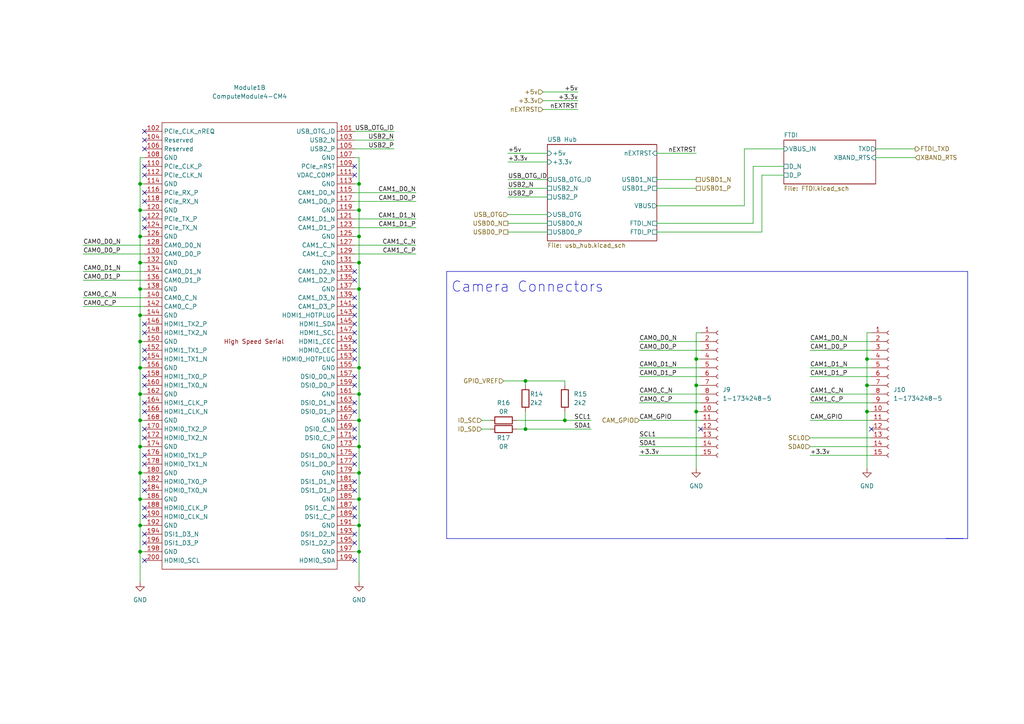
<source format=kicad_sch>
(kicad_sch (version 20230121) (generator eeschema)
  (paper "A4")
  (title_block (title "VERTECS CCB - CM4 Highspeed Section") (date "2024-09-11") (rev "1.4") (company "Kyushu Institute of Technology") (comment 1 "See CM4 IO board datasheet for reference") (comment 2 "https://www.arducam.com/raspberry-pi-camera/connector-type-pinout/") (comment 3 "CSI Connector Reference:"))
  (lib_symbols
    (symbol "Connector:Conn_01x15_Socket" (pin_names (offset 1.016) hide)
      (property "Reference" "J" (at 0 20.32 0))
      (property "Value" "Conn_01x15_Socket" (at 0 -20.32 0))
      (symbol "Conn_01x15_Socket_1_1"
        (arc (start 0 -17.272) (mid -0.5058 -17.78) (end 0 -18.288) (stroke (width 0.1524)))
        (arc (start 0 -14.732) (mid -0.5058 -15.24) (end 0 -15.748) (stroke (width 0.1524)))
        (arc (start 0 -12.192) (mid -0.5058 -12.7) (end 0 -13.208) (stroke (width 0.1524)))
        (arc (start 0 -9.652) (mid -0.5058 -10.16) (end 0 -10.668) (stroke (width 0.1524)))
        (arc (start 0 -7.112) (mid -0.5058 -7.62) (end 0 -8.128) (stroke (width 0.1524)))
        (arc (start 0 -4.572) (mid -0.5058 -5.08) (end 0 -5.588) (stroke (width 0.1524)))
        (arc (start 0 -2.032) (mid -0.5058 -2.54) (end 0 -3.048) (stroke (width 0.1524)))
        (polyline (pts (xy -1.27 -17.78) (xy -0.508 -17.78)) (stroke (width 0.1524)))
        (polyline (pts (xy -1.27 -15.24) (xy -0.508 -15.24)) (stroke (width 0.1524)))
        (polyline (pts (xy -1.27 -12.7) (xy -0.508 -12.7)) (stroke (width 0.1524)))
        (polyline (pts (xy -1.27 -10.16) (xy -0.508 -10.16)) (stroke (width 0.1524)))
        (polyline (pts (xy -1.27 -7.62) (xy -0.508 -7.62)) (stroke (width 0.1524)))
        (polyline (pts (xy -1.27 -5.08) (xy -0.508 -5.08)) (stroke (width 0.1524)))
        (polyline (pts (xy -1.27 -2.54) (xy -0.508 -2.54)) (stroke (width 0.1524)))
        (polyline (pts (xy -1.27 0) (xy -0.508 0)) (stroke (width 0.1524)))
        (polyline (pts (xy -1.27 2.54) (xy -0.508 2.54)) (stroke (width 0.1524)))
        (polyline (pts (xy -1.27 5.08) (xy -0.508 5.08)) (stroke (width 0.1524)))
        (polyline (pts (xy -1.27 7.62) (xy -0.508 7.62)) (stroke (width 0.1524)))
        (polyline (pts (xy -1.27 10.16) (xy -0.508 10.16)) (stroke (width 0.1524)))
        (polyline (pts (xy -1.27 12.7) (xy -0.508 12.7)) (stroke (width 0.1524)))
        (polyline (pts (xy -1.27 15.24) (xy -0.508 15.24)) (stroke (width 0.1524)))
        (polyline (pts (xy -1.27 17.78) (xy -0.508 17.78)) (stroke (width 0.1524)))
        (arc (start 0 0.508) (mid -0.5058 0) (end 0 -0.508) (stroke (width 0.1524)))
        (arc (start 0 3.048) (mid -0.5058 2.54) (end 0 2.032) (stroke (width 0.1524)))
        (arc (start 0 5.588) (mid -0.5058 5.08) (end 0 4.572) (stroke (width 0.1524)))
        (arc (start 0 8.128) (mid -0.5058 7.62) (end 0 7.112) (stroke (width 0.1524)))
        (arc (start 0 10.668) (mid -0.5058 10.16) (end 0 9.652) (stroke (width 0.1524)))
        (arc (start 0 13.208) (mid -0.5058 12.7) (end 0 12.192) (stroke (width 0.1524)))
        (arc (start 0 15.748) (mid -0.5058 15.24) (end 0 14.732) (stroke (width 0.1524)))
        (arc (start 0 18.288) (mid -0.5058 17.78) (end 0 17.272) (stroke (width 0.1524)))
        (pin passive line (at -5.08 17.78 0) (length 3.81) (name "Pin_1") (number "1"))
        (pin passive line (at -5.08 -5.08 0) (length 3.81) (name "Pin_10") (number "10"))
        (pin passive line (at -5.08 -7.62 0) (length 3.81) (name "Pin_11") (number "11"))
        (pin passive line (at -5.08 -10.16 0) (length 3.81) (name "Pin_12") (number "12"))
        (pin passive line (at -5.08 -12.7 0) (length 3.81) (name "Pin_13") (number "13"))
        (pin passive line (at -5.08 -15.24 0) (length 3.81) (name "Pin_14") (number "14"))
        (pin passive line (at -5.08 -17.78 0) (length 3.81) (name "Pin_15") (number "15"))
        (pin passive line (at -5.08 15.24 0) (length 3.81) (name "Pin_2") (number "2"))
        (pin passive line (at -5.08 12.7 0) (length 3.81) (name "Pin_3") (number "3"))
        (pin passive line (at -5.08 10.16 0) (length 3.81) (name "Pin_4") (number "4"))
        (pin passive line (at -5.08 7.62 0) (length 3.81) (name "Pin_5") (number "5"))
        (pin passive line (at -5.08 5.08 0) (length 3.81) (name "Pin_6") (number "6"))
        (pin passive line (at -5.08 2.54 0) (length 3.81) (name "Pin_7") (number "7"))
        (pin passive line (at -5.08 0 0) (length 3.81) (name "Pin_8") (number "8"))
        (pin passive line (at -5.08 -2.54 0) (length 3.81) (name "Pin_9") (number "9"))
      )
    )
    (symbol "Device:R" (pin_numbers hide) (pin_names (offset 0))
      (property "Reference" "R" (at 2.032 0 90))
      (property "Value" "R" (at 0 0 90))
      (symbol "R_0_1"
        (rectangle (start -1.016 -2.54) (end 1.016 2.54) (stroke (width 0.254)))
      )
      (symbol "R_1_1"
        (pin passive line (at 0 3.81 270) (length 1.27) (name "~") (number "1"))
        (pin passive line (at 0 -3.81 90) (length 1.27) (name "~") (number "2"))
      )
    )
    (symbol "VERTECS_CCB_Library:ComputeModule4-CM4"
      (property "Reference" "Module" (at 113.03 -68.58 0))
      (property "Value" "ComputeModule4-CM4" (at 140.97 2.54 0))
      (property "Field4" "Hirose" (at 0 0 0))
      (property "Field5" "2x DF40C-100DS-0.4V" (at 0 -2.54 0))
      (symbol "ComputeModule4-CM4_1_0"
        (text "GPIO" (at 0 6.35 0) (effects (font (size 1.27 1.27))))
      )
      (symbol "ComputeModule4-CM4_1_1"
        (rectangle (start -30.48 -71.12) (end 25.4 58.42))
        (text "600mA Max" (at -8.89 -53.34 0) (effects (font (size 1.27 1.27))))
        (text "600mA Max" (at -8.89 -48.26 0) (effects (font (size 1.27 1.27))))
        (text "NB SD signals are only available" (at -1.27 -27.94 0) (effects (font (size 1.27 1.27))))
        (text "on modules without eMMC" (at -1.27 -30.48 0) (effects (font (size 1.27 1.27))))
        (pin power_in line (at 27.94 55.88 180) (length 2.54) (name "GND") (number "1"))
        (pin passive line (at -33.02 45.72 0) (length 2.54) (name "Ethernet_Pair0_N") (number "10"))
        (pin output line (at -33.02 -68.58 0) (length 2.54) (name "nEXTRST") (number "100"))
        (pin passive line (at 27.94 43.18 180) (length 2.54) (name "Ethernet_Pair2_P") (number "11"))
        (pin passive line (at -33.02 43.18 0) (length 2.54) (name "Ethernet_Pair0_P") (number "12"))
        (pin power_in line (at 27.94 40.64 180) (length 2.54) (name "GND") (number "13"))
        (pin power_in line (at -33.02 40.64 0) (length 2.54) (name "GND") (number "14"))
        (pin output line (at 27.94 38.1 180) (length 2.54) (name "Ethernet_nLED3(3.3v)") (number "15"))
        (pin input line (at -33.02 38.1 0) (length 2.54) (name "Ethernet_SYNC_IN(1.8v)") (number "16"))
        (pin output line (at 27.94 35.56 180) (length 2.54) (name "Ethernet_nLED2(3.3v)") (number "17"))
        (pin input line (at -33.02 35.56 0) (length 2.54) (name "Ethernet_SYNC_OUT(1.8v)") (number "18"))
        (pin output line (at 27.94 33.02 180) (length 2.54) (name "Ethernet_nLED1(3.3v)") (number "19"))
        (pin power_in line (at -33.02 55.88 0) (length 2.54) (name "GND") (number "2"))
        (pin passive line (at -33.02 33.02 0) (length 2.54) (name "EEPROM_nWP") (number "20"))
        (pin open_collector line (at 27.94 30.48 180) (length 2.54) (name "PI_nLED_Activity") (number "21"))
        (pin power_in line (at -33.02 30.48 0) (length 2.54) (name "GND") (number "22"))
        (pin power_in line (at 27.94 27.94 180) (length 2.54) (name "GND") (number "23"))
        (pin passive line (at -33.02 27.94 0) (length 2.54) (name "GPIO26") (number "24"))
        (pin passive line (at 27.94 25.4 180) (length 2.54) (name "GPIO21") (number "25"))
        (pin passive line (at -33.02 25.4 0) (length 2.54) (name "GPIO19") (number "26"))
        (pin passive line (at 27.94 22.86 180) (length 2.54) (name "GPIO20") (number "27"))
        (pin passive line (at -33.02 22.86 0) (length 2.54) (name "GPIO13") (number "28"))
        (pin passive line (at 27.94 20.32 180) (length 2.54) (name "GPIO16") (number "29"))
        (pin passive line (at 27.94 53.34 180) (length 2.54) (name "Ethernet_Pair3_P") (number "3"))
        (pin passive line (at -33.02 20.32 0) (length 2.54) (name "GPIO6") (number "30"))
        (pin passive line (at 27.94 17.78 180) (length 2.54) (name "GPIO12") (number "31"))
        (pin power_in line (at -33.02 17.78 0) (length 2.54) (name "GND") (number "32"))
        (pin power_in line (at 27.94 15.24 180) (length 2.54) (name "GND") (number "33"))
        (pin passive line (at -33.02 15.24 0) (length 2.54) (name "GPIO5") (number "34"))
        (pin passive line (at 27.94 12.7 180) (length 2.54) (name "ID_SC") (number "35"))
        (pin passive line (at -33.02 12.7 0) (length 2.54) (name "ID_SD") (number "36"))
        (pin passive line (at 27.94 10.16 180) (length 2.54) (name "GPIO7") (number "37"))
        (pin passive line (at -33.02 10.16 0) (length 2.54) (name "GPIO11") (number "38"))
        (pin passive line (at 27.94 7.62 180) (length 2.54) (name "GPIO8") (number "39"))
        (pin passive line (at -33.02 53.34 0) (length 2.54) (name "Ethernet_Pair1_P") (number "4"))
        (pin passive line (at -33.02 7.62 0) (length 2.54) (name "GPIO9") (number "40"))
        (pin passive line (at 27.94 5.08 180) (length 2.54) (name "GPIO25") (number "41"))
        (pin power_in line (at -33.02 5.08 0) (length 2.54) (name "GND") (number "42"))
        (pin power_in line (at 27.94 2.54 180) (length 2.54) (name "GND") (number "43"))
        (pin passive line (at -33.02 2.54 0) (length 2.54) (name "GPIO10") (number "44"))
        (pin passive line (at 27.94 0 180) (length 2.54) (name "GPIO24") (number "45"))
        (pin passive line (at -33.02 0 0) (length 2.54) (name "GPIO22") (number "46"))
        (pin passive line (at 27.94 -2.54 180) (length 2.54) (name "GPIO23") (number "47"))
        (pin passive line (at -33.02 -2.54 0) (length 2.54) (name "GPIO27") (number "48"))
        (pin passive line (at 27.94 -5.08 180) (length 2.54) (name "GPIO18") (number "49"))
        (pin passive line (at 27.94 50.8 180) (length 2.54) (name "Ethernet_Pair3_N") (number "5"))
        (pin passive line (at -33.02 -5.08 0) (length 2.54) (name "GPIO17") (number "50"))
        (pin passive line (at 27.94 -7.62 180) (length 2.54) (name "GPIO15") (number "51"))
        (pin power_in line (at -33.02 -7.62 0) (length 2.54) (name "GND") (number "52"))
        (pin power_in line (at 27.94 -10.16 180) (length 2.54) (name "GND") (number "53"))
        (pin passive line (at -33.02 -10.16 0) (length 2.54) (name "GPIO4") (number "54"))
        (pin passive line (at 27.94 -12.7 180) (length 2.54) (name "GPIO14") (number "55"))
        (pin passive line (at -33.02 -12.7 0) (length 2.54) (name "GPIO3") (number "56"))
        (pin passive line (at 27.94 -15.24 180) (length 2.54) (name "SD_CLK") (number "57"))
        (pin passive line (at -33.02 -15.24 0) (length 2.54) (name "GPIO2") (number "58"))
        (pin power_in line (at 27.94 -17.78 180) (length 2.54) (name "GND") (number "59"))
        (pin passive line (at -33.02 50.8 0) (length 2.54) (name "Ethernet_Pair1_N") (number "6"))
        (pin power_in line (at -33.02 -17.78 0) (length 2.54) (name "GND") (number "60"))
        (pin passive line (at 27.94 -20.32 180) (length 2.54) (name "SD_DAT3") (number "61"))
        (pin passive line (at -33.02 -20.32 0) (length 2.54) (name "SD_CMD") (number "62"))
        (pin passive line (at 27.94 -22.86 180) (length 2.54) (name "SD_DAT0") (number "63"))
        (pin passive line (at -33.02 -22.86 0) (length 2.54) (name "SD_DAT5") (number "64"))
        (pin power_in line (at 27.94 -25.4 180) (length 2.54) (name "GND") (number "65"))
        (pin power_in line (at -33.02 -25.4 0) (length 2.54) (name "GND") (number "66"))
        (pin passive line (at 27.94 -27.94 180) (length 2.54) (name "SD_DAT1") (number "67"))
        (pin passive line (at -33.02 -27.94 0) (length 2.54) (name "SD_DAT4") (number "68"))
        (pin passive line (at 27.94 -30.48 180) (length 2.54) (name "SD_DAT2") (number "69"))
        (pin power_in line (at 27.94 48.26 180) (length 2.54) (name "GND") (number "7"))
        (pin passive line (at -33.02 -30.48 0) (length 2.54) (name "SD_DAT7") (number "70"))
        (pin power_in line (at 27.94 -33.02 180) (length 2.54) (name "GND") (number "71"))
        (pin passive line (at -33.02 -33.02 0) (length 2.54) (name "SD_DAT6") (number "72"))
        (pin input line (at 27.94 -35.56 180) (length 2.54) (name "SD_VDD_Override") (number "73"))
        (pin power_in line (at -33.02 -35.56 0) (length 2.54) (name "GND") (number "74"))
        (pin output line (at 27.94 -38.1 180) (length 2.54) (name "SD_PWR_ON") (number "75"))
        (pin passive line (at -33.02 -38.1 0) (length 2.54) (name "Reserved") (number "76"))
        (pin power_in line (at 27.94 -40.64 180) (length 2.54) (name "+5v_(Input)") (number "77"))
        (pin power_in line (at -33.02 -40.64 0) (length 2.54) (name "GPIO_VREF(1.8v/3.3v_Input)") (number "78"))
        (pin power_in line (at 27.94 -43.18 180) (length 2.54) (name "+5v_(Input)") (number "79"))
        (pin power_in line (at -33.02 48.26 0) (length 2.54) (name "GND") (number "8"))
        (pin passive line (at -33.02 -43.18 0) (length 2.54) (name "SCL0") (number "80"))
        (pin power_in line (at 27.94 -45.72 180) (length 2.54) (name "+5v_(Input)") (number "81"))
        (pin passive line (at -33.02 -45.72 0) (length 2.54) (name "SDA0") (number "82"))
        (pin power_in line (at 27.94 -48.26 180) (length 2.54) (name "+5v_(Input)") (number "83"))
        (pin power_out line (at -33.02 -48.26 0) (length 2.54) (name "+3.3v_(Output)") (number "84"))
        (pin power_in line (at 27.94 -50.8 180) (length 2.54) (name "+5v_(Input)") (number "85"))
        (pin power_out line (at -33.02 -50.8 0) (length 2.54) (name "+3.3v_(Output)") (number "86"))
        (pin power_in line (at 27.94 -53.34 180) (length 2.54) (name "+5v_(Input)") (number "87"))
        (pin power_out line (at -33.02 -53.34 0) (length 2.54) (name "+1.8v_(Output)") (number "88"))
        (pin power_in line (at 27.94 -55.88 180) (length 2.54) (name "WiFi_nDisable") (number "89"))
        (pin passive line (at 27.94 45.72 180) (length 2.54) (name "Ethernet_Pair2_N") (number "9"))
        (pin power_out line (at -33.02 -55.88 0) (length 2.54) (name "+1.8v_(Output)") (number "90"))
        (pin power_in line (at 27.94 -58.42 180) (length 2.54) (name "BT_nDisable") (number "91"))
        (pin passive line (at -33.02 -58.42 0) (length 2.54) (name "RUN_PG") (number "92"))
        (pin input line (at 27.94 -60.96 180) (length 2.54) (name "nRPIBOOT") (number "93"))
        (pin passive line (at -33.02 -60.96 0) (length 2.54) (name "AnalogIP1") (number "94"))
        (pin output line (at 27.94 -63.5 180) (length 2.54) (name "nPI_LED_PWR") (number "95"))
        (pin passive line (at -33.02 -63.5 0) (length 2.54) (name "AnalogIP0") (number "96"))
        (pin passive line (at 27.94 -66.04 180) (length 2.54) (name "Camera_GPIO") (number "97"))
        (pin power_in line (at -33.02 -66.04 0) (length 2.54) (name "GND") (number "98"))
        (pin input line (at 27.94 -68.58 180) (length 2.54) (name "Global_EN") (number "99"))
      )
      (symbol "ComputeModule4-CM4_2_1"
        (rectangle (start 114.3 -66.04) (end 165.1 63.5))
        (text "High Speed Serial" (at 140.97 0 0) (effects (font (size 1.27 1.27))))
        (pin input line (at 170.18 60.96 180) (length 5.08) (name "USB_OTG_ID") (number "101"))
        (pin input line (at 109.22 60.96 0) (length 5.08) (name "PCIe_CLK_nREQ") (number "102"))
        (pin passive line (at 170.18 58.42 180) (length 5.08) (name "USB2_N") (number "103"))
        (pin passive line (at 109.22 58.42 0) (length 5.08) (name "Reserved") (number "104"))
        (pin passive line (at 170.18 55.88 180) (length 5.08) (name "USB2_P") (number "105"))
        (pin passive line (at 109.22 55.88 0) (length 5.08) (name "Reserved") (number "106"))
        (pin power_in line (at 170.18 53.34 180) (length 5.08) (name "GND") (number "107"))
        (pin power_in line (at 109.22 53.34 0) (length 5.08) (name "GND") (number "108"))
        (pin bidirectional line (at 170.18 50.8 180) (length 5.08) (name "PCIe_nRST") (number "109"))
        (pin output line (at 109.22 50.8 0) (length 5.08) (name "PCIe_CLK_P") (number "110"))
        (pin passive line (at 170.18 48.26 180) (length 5.08) (name "VDAC_COMP") (number "111"))
        (pin output line (at 109.22 48.26 0) (length 5.08) (name "PCIe_CLK_N") (number "112"))
        (pin power_in line (at 170.18 45.72 180) (length 5.08) (name "GND") (number "113"))
        (pin power_in line (at 109.22 45.72 0) (length 5.08) (name "GND") (number "114"))
        (pin input line (at 170.18 43.18 180) (length 5.08) (name "CAM1_D0_N") (number "115"))
        (pin input line (at 109.22 43.18 0) (length 5.08) (name "PCIe_RX_P") (number "116"))
        (pin input line (at 170.18 40.64 180) (length 5.08) (name "CAM1_D0_P") (number "117"))
        (pin input line (at 109.22 40.64 0) (length 5.08) (name "PCIe_RX_N") (number "118"))
        (pin power_in line (at 170.18 38.1 180) (length 5.08) (name "GND") (number "119"))
        (pin power_in line (at 109.22 38.1 0) (length 5.08) (name "GND") (number "120"))
        (pin input line (at 170.18 35.56 180) (length 5.08) (name "CAM1_D1_N") (number "121"))
        (pin output line (at 109.22 35.56 0) (length 5.08) (name "PCIe_TX_P") (number "122"))
        (pin input line (at 170.18 33.02 180) (length 5.08) (name "CAM1_D1_P") (number "123"))
        (pin output line (at 109.22 33.02 0) (length 5.08) (name "PCIe_TX_N") (number "124"))
        (pin power_in line (at 170.18 30.48 180) (length 5.08) (name "GND") (number "125"))
        (pin power_in line (at 109.22 30.48 0) (length 5.08) (name "GND") (number "126"))
        (pin input line (at 170.18 27.94 180) (length 5.08) (name "CAM1_C_N") (number "127"))
        (pin input line (at 109.22 27.94 0) (length 5.08) (name "CAM0_D0_N") (number "128"))
        (pin input line (at 170.18 25.4 180) (length 5.08) (name "CAM1_C_P") (number "129"))
        (pin input line (at 109.22 25.4 0) (length 5.08) (name "CAM0_D0_P") (number "130"))
        (pin power_in line (at 170.18 22.86 180) (length 5.08) (name "GND") (number "131"))
        (pin power_in line (at 109.22 22.86 0) (length 5.08) (name "GND") (number "132"))
        (pin input line (at 170.18 20.32 180) (length 5.08) (name "CAM1_D2_N") (number "133"))
        (pin input line (at 109.22 20.32 0) (length 5.08) (name "CAM0_D1_N") (number "134"))
        (pin input line (at 170.18 17.78 180) (length 5.08) (name "CAM1_D2_P") (number "135"))
        (pin input line (at 109.22 17.78 0) (length 5.08) (name "CAM0_D1_P") (number "136"))
        (pin power_in line (at 170.18 15.24 180) (length 5.08) (name "GND") (number "137"))
        (pin power_in line (at 109.22 15.24 0) (length 5.08) (name "GND") (number "138"))
        (pin input line (at 170.18 12.7 180) (length 5.08) (name "CAM1_D3_N") (number "139"))
        (pin input line (at 109.22 12.7 0) (length 5.08) (name "CAM0_C_N") (number "140"))
        (pin input line (at 170.18 10.16 180) (length 5.08) (name "CAM1_D3_P") (number "141"))
        (pin input line (at 109.22 10.16 0) (length 5.08) (name "CAM0_C_P") (number "142"))
        (pin input line (at 170.18 7.62 180) (length 5.08) (name "HDMI1_HOTPLUG") (number "143"))
        (pin power_in line (at 109.22 7.62 0) (length 5.08) (name "GND") (number "144"))
        (pin bidirectional line (at 170.18 5.08 180) (length 5.08) (name "HDMI1_SDA") (number "145"))
        (pin output line (at 109.22 5.08 0) (length 5.08) (name "HDMI1_TX2_P") (number "146"))
        (pin open_collector line (at 170.18 2.54 180) (length 5.08) (name "HDMI1_SCL") (number "147"))
        (pin output line (at 109.22 2.54 0) (length 5.08) (name "HDMI1_TX2_N") (number "148"))
        (pin open_collector line (at 170.18 0 180) (length 5.08) (name "HDMI1_CEC") (number "149"))
        (pin power_in line (at 109.22 0 0) (length 5.08) (name "GND") (number "150"))
        (pin open_collector line (at 170.18 -2.54 180) (length 5.08) (name "HDMI0_CEC") (number "151"))
        (pin output line (at 109.22 -2.54 0) (length 5.08) (name "HDMI1_TX1_P") (number "152"))
        (pin input line (at 170.18 -5.08 180) (length 5.08) (name "HDMI0_HOTPLUG") (number "153"))
        (pin output line (at 109.22 -5.08 0) (length 5.08) (name "HDMI1_TX1_N") (number "154"))
        (pin power_in line (at 170.18 -7.62 180) (length 5.08) (name "GND") (number "155"))
        (pin power_in line (at 109.22 -7.62 0) (length 5.08) (name "GND") (number "156"))
        (pin output line (at 170.18 -10.16 180) (length 5.08) (name "DSI0_D0_N") (number "157"))
        (pin output line (at 109.22 -10.16 0) (length 5.08) (name "HDMI1_TX0_P") (number "158"))
        (pin output line (at 170.18 -12.7 180) (length 5.08) (name "DSI0_D0_P") (number "159"))
        (pin output line (at 109.22 -12.7 0) (length 5.08) (name "HDMI1_TX0_N") (number "160"))
        (pin power_in line (at 170.18 -15.24 180) (length 5.08) (name "GND") (number "161"))
        (pin power_in line (at 109.22 -15.24 0) (length 5.08) (name "GND") (number "162"))
        (pin output line (at 170.18 -17.78 180) (length 5.08) (name "DSI0_D1_N") (number "163"))
        (pin output line (at 109.22 -17.78 0) (length 5.08) (name "HDMI1_CLK_P") (number "164"))
        (pin output line (at 170.18 -20.32 180) (length 5.08) (name "DSI0_D1_P") (number "165"))
        (pin output line (at 109.22 -20.32 0) (length 5.08) (name "HDMI1_CLK_N") (number "166"))
        (pin power_in line (at 170.18 -22.86 180) (length 5.08) (name "GND") (number "167"))
        (pin power_in line (at 109.22 -22.86 0) (length 5.08) (name "GND") (number "168"))
        (pin output line (at 170.18 -25.4 180) (length 5.08) (name "DSI0_C_N") (number "169"))
        (pin output line (at 109.22 -25.4 0) (length 5.08) (name "HDMI0_TX2_P") (number "170"))
        (pin output line (at 170.18 -27.94 180) (length 5.08) (name "DSI0_C_P") (number "171"))
        (pin output line (at 109.22 -27.94 0) (length 5.08) (name "HDMI0_TX2_N") (number "172"))
        (pin power_in line (at 170.18 -30.48 180) (length 5.08) (name "GND") (number "173"))
        (pin power_in line (at 109.22 -30.48 0) (length 5.08) (name "GND") (number "174"))
        (pin output line (at 170.18 -33.02 180) (length 5.08) (name "DSI1_D0_N") (number "175"))
        (pin output line (at 109.22 -33.02 0) (length 5.08) (name "HDMI0_TX1_P") (number "176"))
        (pin output line (at 170.18 -35.56 180) (length 5.08) (name "DSI1_D0_P") (number "177"))
        (pin output line (at 109.22 -35.56 0) (length 5.08) (name "HDMI0_TX1_N") (number "178"))
        (pin power_in line (at 170.18 -38.1 180) (length 5.08) (name "GND") (number "179"))
        (pin power_in line (at 109.22 -38.1 0) (length 5.08) (name "GND") (number "180"))
        (pin output line (at 170.18 -40.64 180) (length 5.08) (name "DSI1_D1_N") (number "181"))
        (pin output line (at 109.22 -40.64 0) (length 5.08) (name "HDMI0_TX0_P") (number "182"))
        (pin output line (at 170.18 -43.18 180) (length 5.08) (name "DSI1_D1_P") (number "183"))
        (pin output line (at 109.22 -43.18 0) (length 5.08) (name "HDMI0_TX0_N") (number "184"))
        (pin power_in line (at 170.18 -45.72 180) (length 5.08) (name "GND") (number "185"))
        (pin power_in line (at 109.22 -45.72 0) (length 5.08) (name "GND") (number "186"))
        (pin output line (at 170.18 -48.26 180) (length 5.08) (name "DSI1_C_N") (number "187"))
        (pin output line (at 109.22 -48.26 0) (length 5.08) (name "HDMI0_CLK_P") (number "188"))
        (pin output line (at 170.18 -50.8 180) (length 5.08) (name "DSI1_C_P") (number "189"))
        (pin output line (at 109.22 -50.8 0) (length 5.08) (name "HDMI0_CLK_N") (number "190"))
        (pin power_in line (at 170.18 -53.34 180) (length 5.08) (name "GND") (number "191"))
        (pin power_in line (at 109.22 -53.34 0) (length 5.08) (name "GND") (number "192"))
        (pin output line (at 170.18 -55.88 180) (length 5.08) (name "DSI1_D2_N") (number "193"))
        (pin output line (at 109.22 -55.88 0) (length 5.08) (name "DSI1_D3_N") (number "194"))
        (pin output line (at 170.18 -58.42 180) (length 5.08) (name "DSI1_D2_P") (number "195"))
        (pin output line (at 109.22 -58.42 0) (length 5.08) (name "DSI1_D3_P") (number "196"))
        (pin power_in line (at 170.18 -60.96 180) (length 5.08) (name "GND") (number "197"))
        (pin power_in line (at 109.22 -60.96 0) (length 5.08) (name "GND") (number "198"))
        (pin bidirectional line (at 170.18 -63.5 180) (length 5.08) (name "HDMI0_SDA") (number "199"))
        (pin open_collector line (at 109.22 -63.5 0) (length 5.08) (name "HDMI0_SCL") (number "200"))
      )
    )
    (symbol "power:GND" (power) (pin_names (offset 0))
      (property "Value" "GND" (at 0 -3.81 0))
      (symbol "GND_0_1"
        (polyline (pts (xy 0 0) (xy 0 -1.27) (xy 1.27 -1.27) (xy 0 -2.54) (xy -1.27 -1.27) (xy 0 -1.27)))
      )
      (symbol "GND_1_1"
        (pin power_in line (at 0 0 270) (length 0) hide (name "GND") (number "1"))
      )
    )
  )
  (junction (at 104.14 68.58))
  (junction (at 104.14 129.54))
  (junction (at 104.14 144.78))
  (junction (at 104.14 106.68))
  (junction (at 40.64 60.96))
  (junction (at 104.14 114.3))
  (junction (at 40.64 99.06))
  (junction (at 40.64 121.92))
  (junction (at 40.64 129.54))
  (junction (at 201.93 111.76))
  (junction (at 152.4 110.49))
  (junction (at 40.64 106.68))
  (junction (at 152.4 124.46))
  (junction (at 163.83 121.92))
  (junction (at 104.14 76.2))
  (junction (at 40.64 144.78))
  (junction (at 251.46 111.76))
  (junction (at 40.64 114.3))
  (junction (at 40.64 68.58))
  (junction (at 201.93 119.38))
  (junction (at 40.64 83.82))
  (junction (at 104.14 121.92))
  (junction (at 40.64 76.2))
  (junction (at 104.14 83.82))
  (junction (at 40.64 152.4))
  (junction (at 104.14 137.16))
  (junction (at 104.14 60.96))
  (junction (at 104.14 160.02))
  (junction (at 251.46 104.14))
  (junction (at 251.46 119.38))
  (junction (at 40.64 137.16))
  (junction (at 40.64 91.44))
  (junction (at 104.14 53.34))
  (junction (at 40.64 160.02))
  (junction (at 40.64 53.34))
  (junction (at 201.93 104.14))
  (junction (at 104.14 152.4))
  (no_connect (at 41.91 162.56))
  (no_connect (at 41.91 139.7))
  (no_connect (at 102.87 132.08))
  (no_connect (at 102.87 124.46))
  (no_connect (at 41.91 96.52))
  (no_connect (at 41.91 48.26))
  (no_connect (at 41.91 124.46))
  (no_connect (at 102.87 101.6))
  (no_connect (at 41.91 142.24))
  (no_connect (at 102.87 104.14))
  (no_connect (at 102.87 81.28))
  (no_connect (at 102.87 50.8))
  (no_connect (at 41.91 93.98))
  (no_connect (at 41.91 119.38))
  (no_connect (at 41.91 147.32))
  (no_connect (at 102.87 96.52))
  (no_connect (at 41.91 66.04))
  (no_connect (at 102.87 154.94))
  (no_connect (at 41.91 111.76))
  (no_connect (at 102.87 134.62))
  (no_connect (at 252.73 124.46))
  (no_connect (at 102.87 157.48))
  (no_connect (at 41.91 104.14))
  (no_connect (at 102.87 111.76))
  (no_connect (at 102.87 48.26))
  (no_connect (at 102.87 91.44))
  (no_connect (at 102.87 78.74))
  (no_connect (at 41.91 50.8))
  (no_connect (at 41.91 109.22))
  (no_connect (at 102.87 149.86))
  (no_connect (at 41.91 127))
  (no_connect (at 41.91 132.08))
  (no_connect (at 41.91 38.1))
  (no_connect (at 102.87 99.06))
  (no_connect (at 102.87 147.32))
  (no_connect (at 41.91 63.5))
  (no_connect (at 41.91 101.6))
  (no_connect (at 102.87 116.84))
  (no_connect (at 41.91 43.18))
  (no_connect (at 41.91 55.88))
  (no_connect (at 102.87 139.7))
  (no_connect (at 203.2 124.46))
  (no_connect (at 41.91 116.84))
  (no_connect (at 41.91 149.86))
  (no_connect (at 41.91 58.42))
  (no_connect (at 41.91 134.62))
  (no_connect (at 41.91 40.64))
  (no_connect (at 102.87 162.56))
  (no_connect (at 41.91 154.94))
  (no_connect (at 41.91 157.48))
  (no_connect (at 102.87 127))
  (no_connect (at 102.87 86.36))
  (no_connect (at 102.87 88.9))
  (no_connect (at 102.87 109.22))
  (no_connect (at 102.87 93.98))
  (no_connect (at 102.87 142.24))
  (no_connect (at 102.87 119.38))
  (wire (pts (xy 152.4 110.49) (xy 152.4 111.76)))
  (wire (pts (xy 40.64 68.58) (xy 41.91 68.58)))
  (wire (pts (xy 185.42 116.84) (xy 203.2 116.84)))
  (polyline (pts (xy 129.54 156.21) (xy 129.54 78.74)))
  (wire (pts (xy 185.42 127) (xy 203.2 127)))
  (wire (pts (xy 190.5 54.61) (xy 201.93 54.61)))
  (wire (pts (xy 104.14 68.58) (xy 104.14 76.2)))
  (wire (pts (xy 40.64 114.3) (xy 40.64 121.92)))
  (wire (pts (xy 102.87 40.64) (xy 114.3 40.64)))
  (wire (pts (xy 102.87 137.16) (xy 104.14 137.16)))
  (wire (pts (xy 234.95 106.68) (xy 252.73 106.68)))
  (wire (pts (xy 185.42 121.92) (xy 203.2 121.92)))
  (wire (pts (xy 102.87 71.12) (xy 120.65 71.12)))
  (wire (pts (xy 102.87 121.92) (xy 104.14 121.92)))
  (wire (pts (xy 201.93 104.14) (xy 201.93 111.76)))
  (wire (pts (xy 102.87 160.02) (xy 104.14 160.02)))
  (wire (pts (xy 185.42 101.6) (xy 203.2 101.6)))
  (wire (pts (xy 147.32 46.99) (xy 158.75 46.99)))
  (wire (pts (xy 41.91 45.72) (xy 40.64 45.72)))
  (wire (pts (xy 102.87 53.34) (xy 104.14 53.34)))
  (wire (pts (xy 40.64 53.34) (xy 40.64 60.96)))
  (wire (pts (xy 40.64 129.54) (xy 41.91 129.54)))
  (wire (pts (xy 24.13 86.36) (xy 41.91 86.36)))
  (wire (pts (xy 149.86 121.92) (xy 163.83 121.92)))
  (wire (pts (xy 251.46 104.14) (xy 251.46 111.76)))
  (wire (pts (xy 40.64 144.78) (xy 40.64 152.4)))
  (wire (pts (xy 24.13 81.28) (xy 41.91 81.28)))
  (wire (pts (xy 234.95 132.08) (xy 252.73 132.08)))
  (wire (pts (xy 147.32 52.07) (xy 158.75 52.07)))
  (wire (pts (xy 220.98 67.31) (xy 190.5 67.31)))
  (wire (pts (xy 201.93 119.38) (xy 203.2 119.38)))
  (wire (pts (xy 40.64 152.4) (xy 41.91 152.4)))
  (wire (pts (xy 40.64 144.78) (xy 41.91 144.78)))
  (wire (pts (xy 252.73 96.52) (xy 251.46 96.52)))
  (wire (pts (xy 227.33 48.26) (xy 218.44 48.26)))
  (wire (pts (xy 201.93 111.76) (xy 203.2 111.76)))
  (wire (pts (xy 185.42 99.06) (xy 203.2 99.06)))
  (wire (pts (xy 218.44 48.26) (xy 218.44 64.77)))
  (wire (pts (xy 102.87 58.42) (xy 120.65 58.42)))
  (wire (pts (xy 104.14 45.72) (xy 104.14 53.34)))
  (wire (pts (xy 234.95 99.06) (xy 252.73 99.06)))
  (wire (pts (xy 157.48 29.21) (xy 167.64 29.21)))
  (wire (pts (xy 40.64 129.54) (xy 40.64 137.16)))
  (wire (pts (xy 185.42 106.68) (xy 203.2 106.68)))
  (wire (pts (xy 40.64 137.16) (xy 40.64 144.78)))
  (wire (pts (xy 185.42 109.22) (xy 203.2 109.22)))
  (polyline (pts (xy 274.32 156.21) (xy 280.67 156.21)))
  (wire (pts (xy 215.9 43.18) (xy 215.9 59.69)))
  (wire (pts (xy 147.32 57.15) (xy 158.75 57.15)))
  (wire (pts (xy 254 45.72) (xy 265.43 45.72)))
  (wire (pts (xy 251.46 96.52) (xy 251.46 104.14)))
  (wire (pts (xy 227.33 50.8) (xy 220.98 50.8)))
  (wire (pts (xy 40.64 106.68) (xy 41.91 106.68)))
  (wire (pts (xy 102.87 144.78) (xy 104.14 144.78)))
  (wire (pts (xy 102.87 45.72) (xy 104.14 45.72)))
  (wire (pts (xy 163.83 121.92) (xy 171.45 121.92)))
  (wire (pts (xy 147.32 44.45) (xy 158.75 44.45)))
  (wire (pts (xy 40.64 99.06) (xy 41.91 99.06)))
  (wire (pts (xy 104.14 152.4) (xy 104.14 160.02)))
  (wire (pts (xy 190.5 44.45) (xy 201.93 44.45)))
  (wire (pts (xy 234.95 116.84) (xy 252.73 116.84)))
  (wire (pts (xy 40.64 121.92) (xy 40.64 129.54)))
  (wire (pts (xy 104.14 83.82) (xy 104.14 106.68)))
  (wire (pts (xy 185.42 129.54) (xy 203.2 129.54)))
  (wire (pts (xy 40.64 45.72) (xy 40.64 53.34)))
  (wire (pts (xy 40.64 152.4) (xy 40.64 160.02)))
  (wire (pts (xy 251.46 111.76) (xy 252.73 111.76)))
  (wire (pts (xy 152.4 119.38) (xy 152.4 124.46)))
  (wire (pts (xy 139.7 121.92) (xy 142.24 121.92)))
  (wire (pts (xy 102.87 66.04) (xy 120.65 66.04)))
  (wire (pts (xy 102.87 114.3) (xy 104.14 114.3)))
  (wire (pts (xy 220.98 50.8) (xy 220.98 67.31)))
  (wire (pts (xy 104.14 160.02) (xy 104.14 168.91)))
  (wire (pts (xy 24.13 73.66) (xy 41.91 73.66)))
  (wire (pts (xy 234.95 121.92) (xy 252.73 121.92)))
  (wire (pts (xy 163.83 119.38) (xy 163.83 121.92)))
  (wire (pts (xy 102.87 43.18) (xy 114.3 43.18)))
  (wire (pts (xy 40.64 76.2) (xy 40.64 83.82)))
  (wire (pts (xy 40.64 83.82) (xy 41.91 83.82)))
  (wire (pts (xy 234.95 101.6) (xy 252.73 101.6)))
  (wire (pts (xy 40.64 60.96) (xy 41.91 60.96)))
  (wire (pts (xy 24.13 88.9) (xy 41.91 88.9)))
  (wire (pts (xy 40.64 99.06) (xy 40.64 106.68)))
  (wire (pts (xy 157.48 26.67) (xy 167.64 26.67)))
  (wire (pts (xy 203.2 96.52) (xy 201.93 96.52)))
  (wire (pts (xy 163.83 110.49) (xy 163.83 111.76)))
  (wire (pts (xy 147.32 64.77) (xy 158.75 64.77)))
  (wire (pts (xy 40.64 106.68) (xy 40.64 114.3)))
  (wire (pts (xy 251.46 111.76) (xy 251.46 119.38)))
  (polyline (pts (xy 279.4 156.21) (xy 129.54 156.21)))
  (wire (pts (xy 102.87 83.82) (xy 104.14 83.82)))
  (polyline (pts (xy 280.67 78.74) (xy 280.67 156.21)))
  (wire (pts (xy 102.87 129.54) (xy 104.14 129.54)))
  (wire (pts (xy 40.64 91.44) (xy 40.64 99.06)))
  (wire (pts (xy 254 43.18) (xy 265.43 43.18)))
  (wire (pts (xy 146.05 110.49) (xy 152.4 110.49)))
  (wire (pts (xy 40.64 160.02) (xy 41.91 160.02)))
  (wire (pts (xy 104.14 129.54) (xy 104.14 137.16)))
  (wire (pts (xy 201.93 111.76) (xy 201.93 119.38)))
  (wire (pts (xy 40.64 60.96) (xy 40.64 68.58)))
  (wire (pts (xy 40.64 53.34) (xy 41.91 53.34)))
  (wire (pts (xy 102.87 106.68) (xy 104.14 106.68)))
  (wire (pts (xy 104.14 76.2) (xy 104.14 83.82)))
  (wire (pts (xy 157.48 31.75) (xy 167.64 31.75)))
  (wire (pts (xy 104.14 60.96) (xy 104.14 68.58)))
  (wire (pts (xy 102.87 55.88) (xy 120.65 55.88)))
  (wire (pts (xy 227.33 43.18) (xy 215.9 43.18)))
  (wire (pts (xy 185.42 114.3) (xy 203.2 114.3)))
  (wire (pts (xy 104.14 144.78) (xy 104.14 152.4)))
  (wire (pts (xy 104.14 114.3) (xy 104.14 121.92)))
  (wire (pts (xy 102.87 38.1) (xy 114.3 38.1)))
  (wire (pts (xy 102.87 152.4) (xy 104.14 152.4)))
  (wire (pts (xy 104.14 137.16) (xy 104.14 144.78)))
  (wire (pts (xy 234.95 129.54) (xy 252.73 129.54)))
  (wire (pts (xy 149.86 124.46) (xy 152.4 124.46)))
  (wire (pts (xy 40.64 83.82) (xy 40.64 91.44)))
  (wire (pts (xy 215.9 59.69) (xy 190.5 59.69)))
  (wire (pts (xy 201.93 119.38) (xy 201.93 135.89)))
  (wire (pts (xy 234.95 114.3) (xy 252.73 114.3)))
  (wire (pts (xy 234.95 127) (xy 252.73 127)))
  (wire (pts (xy 102.87 73.66) (xy 120.65 73.66)))
  (wire (pts (xy 152.4 124.46) (xy 171.45 124.46)))
  (wire (pts (xy 201.93 104.14) (xy 203.2 104.14)))
  (wire (pts (xy 185.42 132.08) (xy 203.2 132.08)))
  (wire (pts (xy 24.13 71.12) (xy 41.91 71.12)))
  (wire (pts (xy 102.87 63.5) (xy 120.65 63.5)))
  (wire (pts (xy 40.64 76.2) (xy 41.91 76.2)))
  (wire (pts (xy 234.95 109.22) (xy 252.73 109.22)))
  (wire (pts (xy 40.64 137.16) (xy 41.91 137.16)))
  (wire (pts (xy 40.64 160.02) (xy 40.64 168.91)))
  (wire (pts (xy 24.13 78.74) (xy 41.91 78.74)))
  (wire (pts (xy 40.64 68.58) (xy 40.64 76.2)))
  (wire (pts (xy 102.87 60.96) (xy 104.14 60.96)))
  (wire (pts (xy 102.87 68.58) (xy 104.14 68.58)))
  (wire (pts (xy 104.14 53.34) (xy 104.14 60.96)))
  (wire (pts (xy 147.32 67.31) (xy 158.75 67.31)))
  (polyline (pts (xy 129.54 78.74) (xy 280.67 78.74)))
  (wire (pts (xy 41.91 114.3) (xy 40.64 114.3)))
  (wire (pts (xy 152.4 110.49) (xy 163.83 110.49)))
  (wire (pts (xy 251.46 104.14) (xy 252.73 104.14)))
  (wire (pts (xy 147.32 62.23) (xy 158.75 62.23)))
  (wire (pts (xy 104.14 106.68) (xy 104.14 114.3)))
  (wire (pts (xy 139.7 124.46) (xy 142.24 124.46)))
  (wire (pts (xy 218.44 64.77) (xy 190.5 64.77)))
  (wire (pts (xy 102.87 76.2) (xy 104.14 76.2)))
  (wire (pts (xy 40.64 91.44) (xy 41.91 91.44)))
  (wire (pts (xy 104.14 121.92) (xy 104.14 129.54)))
  (wire (pts (xy 147.32 54.61) (xy 158.75 54.61)))
  (wire (pts (xy 251.46 119.38) (xy 251.46 135.89)))
  (wire (pts (xy 251.46 119.38) (xy 252.73 119.38)))
  (wire (pts (xy 190.5 52.07) (xy 201.93 52.07)))
  (wire (pts (xy 40.64 121.92) (xy 41.91 121.92)))
  (wire (pts (xy 201.93 96.52) (xy 201.93 104.14)))
  (text "Camera Connectors" (at 130.81 85.09 0) (effects (font (size 3 3)) (justify left bottom)))
  (label "CAM1_D0_P" (at 234.95 101.6 0))
  (label "CAM1_C_N" (at 234.95 114.3 0))
  (label "USB_OTG_ID" (at 147.32 52.07 0))
  (label "CAM1_C_P" (at 120.65 73.66 180))
  (label "+5v" (at 167.64 26.67 180))
  (label "CAM1_D1_N" (at 120.65 63.5 180))
  (label "CAM1_D0_N" (at 234.95 99.06 0))
  (label "CAM1_D1_P" (at 234.95 109.22 0))
  (label "USB2_P" (at 114.3 43.18 180))
  (label "CAM1_C_P" (at 234.95 116.84 0))
  (label "SCL1" (at 185.42 127 0))
  (label "CAM0_C_N" (at 24.13 86.36 0))
  (label "CAM0_C_N" (at 185.42 114.3 0))
  (label "CAM1_D1_N" (at 234.95 106.68 0))
  (label "+3.3v" (at 185.42 132.08 0))
  (label "CAM0_D1_N" (at 24.13 78.74 0))
  (label "CAM1_D0_N" (at 120.65 55.88 180))
  (label "CAM0_C_P" (at 24.13 88.9 0))
  (label "CAM0_C_P" (at 185.42 116.84 0))
  (label "nEXTRST" (at 201.93 44.45 180))
  (label "CAM0_D1_P" (at 24.13 81.28 0))
  (label "USB2_P" (at 147.32 57.15 0))
  (label "CAM1_D1_P" (at 120.65 66.04 180))
  (label "USB_OTG_ID" (at 114.3 38.1 180))
  (label "CAM1_D0_P" (at 120.65 58.42 180))
  (label "CAM0_D0_P" (at 24.13 73.66 0))
  (label "+3.3v" (at 147.32 46.99 0))
  (label "+5v" (at 147.32 44.45 0))
  (label "SDA1" (at 185.42 129.54 0))
  (label "USB2_N" (at 114.3 40.64 180))
  (label "CAM1_C_N" (at 120.65 71.12 180))
  (label "CAM0_D0_N" (at 24.13 71.12 0))
  (label "nEXTRST" (at 167.64 31.75 180))
  (label "+3.3v" (at 167.64 29.21 180))
  (label "CAM0_D1_P" (at 185.42 109.22 0))
  (label "+3.3v" (at 234.95 132.08 0))
  (label "CAM_GPIO" (at 185.42 121.92 0))
  (label "CAM_GPIO" (at 234.95 121.92 0))
  (label "CAM0_D1_N" (at 185.42 106.68 0))
  (label "CAM0_D0_P" (at 185.42 101.6 0))
  (label "SCL1" (at 171.45 121.92 180))
  (label "CAM0_D0_N" (at 185.42 99.06 0))
  (label "SDA1" (at 171.45 124.46 180))
  (label "USB2_N" (at 147.32 54.61 0))
  (hierarchical_label "USBD0_N" (shape passive) (at 147.32 64.77 180))
  (hierarchical_label "USB_OTG" (shape input) (at 147.32 62.23 180))
  (hierarchical_label "USBD1_N" (shape passive) (at 201.93 52.07 0))
  (hierarchical_label "USBD0_P" (shape passive) (at 147.32 67.31 180))
  (hierarchical_label "XBAND_RTS" (shape input) (at 265.43 45.72 0))
  (hierarchical_label "CAM_GPIO" (shape input) (at 185.42 121.92 180))
  (hierarchical_label "ID_SC" (shape input) (at 139.7 121.92 180))
  (hierarchical_label "SDA0" (shape input) (at 234.95 129.54 180))
  (hierarchical_label "USBD1_P" (shape passive) (at 201.93 54.61 0))
  (hierarchical_label "nEXTRST" (shape input) (at 157.48 31.75 180))
  (hierarchical_label "SCL0" (shape input) (at 234.95 127 180))
  (hierarchical_label "ID_SD" (shape input) (at 139.7 124.46 180))
  (hierarchical_label "+5v" (shape input) (at 157.48 26.67 180))
  (hierarchical_label "+3.3v" (shape input) (at 157.48 29.21 180))
  (hierarchical_label "GPIO_VREF" (shape input) (at 146.05 110.49 180))
  (hierarchical_label "FTDI_TXD" (shape output) (at 265.43 43.18 0))
  (symbol (lib_id "power:GND") (at 251.46 135.89 0) (unit 1)
    (property "Reference" "#PWR023" (effects hide))
    (property "Value" "GND" (at 251.46 140.97 0))
  )
  (symbol (lib_id "power:GND") (at 104.14 168.91 0) (unit 1)
    (property "Reference" "#PWR025" (effects hide))
    (property "Value" "GND" (at 104.14 173.99 0))
  )
  (symbol (lib_id "Device:R") (at 152.4 115.57 0) (unit 1)
    (property "Reference" "R14" (at 153.67 114.3 0) (effects (justify left)))
    (property "Value" "2k2" (at 153.67 116.84 0) (effects (justify left)))
    (property "Footprint" "Resistor_SMD:R_0402_1005Metric" (effects hide))
    (property "Manufacturer_Name" "KOA" (effects hide))
    (property "Manufacturer_Part_Number" "RK73H1ETTP2201F" (effects hide))
  )
  (symbol (lib_id "VERTECS_CCB_Library:ComputeModule4-CM4") (at -67.31 99.06 0) (unit 2)
    (property "Reference" "Module1" (at 72.39 25.4 0))
    (property "Value" "ComputeModule4-CM4" (at 72.39 27.94 0))
    (property "Footprint" "VERTECS_CCB_Library:Raspberry-Pi-4-Compute-Module" (effects hide))
    (property "Datasheet" "https://www.mouser.jp/datasheet/2/185/DF40_Catalog_D31649_en-2301840.pdf" (effects hide))
    (property "Manufacturer_Name" "Hirose" (effects hide))
    (property "Manufacturer_Part_Number" "DF40C-100DS-0.4V(51)" (effects hide))
    (property "Mouser Part Number" "DF40C100DS0.4V51" (effects hide))
    (property "Mouser Price/Stock" "https://www.mouser.jp/ProductDetail/Hirose-Connector/DF40C-100DS-0.4V51?qs=eDUdFcBPps2MEwbnuPvZzQ%3D%3D" (effects hide))
  )
  (symbol (lib_id "power:GND") (at 201.93 135.89 0) (unit 1)
    (property "Reference" "#PWR022" (effects hide))
    (property "Value" "GND" (at 201.93 140.97 0))
  )
  (symbol (lib_id "Connector:Conn_01x15_Socket") (at 208.28 114.3 0) (unit 1)
    (property "Reference" "J9" (at 209.55 113.03 0) (effects (justify left)))
    (property "Value" "1-1734248-5" (at 209.55 115.57 0) (effects (justify left)))
    (property "Footprint" "VERTECS_CCB_Library:117342485" (effects hide))
    (property "Datasheet" "https://www.mouser.jp/datasheet/2/418/7/ENG_CD_1734248_E1__-2016777.pdf" (effects hide))
    (property "Manufacturer_Name" "TE Connectivity" (effects hide))
    (property "Manufacturer_Part_Number" "1-1734248-5" (effects hide))
    (property "Mouser Part Number" "571-1-1734248-5" (effects hide))
    (property "Mouser Price/Stock" "https://www.mouser.jp/ProductDetail/TE-Connectivity/1-1734248-5?qs=sGAEpiMZZMvlX3nhDDO4AGJoiHpVI%252BrLj36UQiWnLiQ%3D" (effects hide))
  )
  (symbol (lib_id "power:GND") (at 40.64 168.91 0) (unit 1)
    (property "Reference" "#PWR024" (effects hide))
    (property "Value" "GND" (at 40.64 173.99 0))
  )
  (symbol (lib_id "Device:R") (at 163.83 115.57 0) (unit 1)
    (property "Reference" "R15" (at 166.37 114.3 0) (effects (justify left)))
    (property "Value" "2k2" (at 166.37 116.84 0) (effects (justify left)))
    (property "Footprint" "Resistor_SMD:R_0402_1005Metric" (effects hide))
    (property "Manufacturer_Name" "KOA" (effects hide))
    (property "Manufacturer_Part_Number" "RK73H1ETTP2201F" (effects hide))
  )
  (symbol (lib_id "Device:R") (at 146.05 124.46 90) (unit 1)
    (property "Reference" "R17" (at 146.05 127 90))
    (property "Value" "0R" (at 146.05 129.54 90))
    (property "Footprint" "Resistor_SMD:R_0402_1005Metric" (effects hide))
    (property "Manufacturer_Name" "KOA" (effects hide))
    (property "Manufacturer_Part_Number" "RK73Z1ETTP" (effects hide))
  )
  (symbol (lib_id "Device:R") (at 146.05 121.92 90) (unit 1)
    (property "Reference" "R16" (at 146.05 116.84 90))
    (property "Value" "0R" (at 146.05 119.38 90))
    (property "Footprint" "Resistor_SMD:R_0402_1005Metric" (effects hide))
    (property "Manufacturer_Name" "KOA" (effects hide))
    (property "Manufacturer_Part_Number" "RK73Z1ETTP" (effects hide))
  )
  (symbol (lib_id "Connector:Conn_01x15_Socket") (at 257.81 114.3 0) (unit 1)
    (property "Reference" "J10" (at 259.08 113.03 0) (effects (justify left)))
    (property "Value" "1-1734248-5" (at 259.08 115.57 0) (effects (justify left)))
    (property "Footprint" "VERTECS_CCB_Library:117342485" (effects hide))
    (property "Datasheet" "https://www.mouser.jp/datasheet/2/418/7/ENG_CD_1734248_E1__-2016777.pdf" (effects hide))
    (property "Manufacturer_Name" "TE Connectivity" (effects hide))
    (property "Manufacturer_Part_Number" "1-1734248-5" (effects hide))
    (property "Mouser Part Number" "571-1-1734248-5" (effects hide))
    (property "Mouser Price/Stock" "https://www.mouser.jp/ProductDetail/TE-Connectivity/1-1734248-5?qs=sGAEpiMZZMvlX3nhDDO4AGJoiHpVI%252BrLj36UQiWnLiQ%3D" (effects hide))
  )
  (sheet (at 158.75 41.91) (size 31.75 27.94) (stroke (width 0.1524))
    (property "Sheetname" "USB Hub" (at 158.75 41.1984 0) (effects (justify left bottom)))
    (property "Sheetfile" "usb_hub.kicad_sch" (at 158.75 70.4346 0) (effects (justify left top)))
    (pin "+5v" input (at 158.75 44.45 180))
    (pin "+3.3v" input (at 158.75 46.99 180))
    (pin "USB2_P" passive (at 158.75 57.15 180))
    (pin "USB2_N" passive (at 158.75 54.61 180))
    (pin "USB_OTG" input (at 158.75 62.23 180))
    (pin "USB_OTG_ID" output (at 158.75 52.07 180))
    (pin "nEXTRST" input (at 190.5 44.45 0))
    (pin "USBD0_P" passive (at 158.75 67.31 180))
    (pin "USBD0_N" passive (at 158.75 64.77 180))
    (pin "USBD1_N" passive (at 190.5 52.07 0))
    (pin "USBD1_P" passive (at 190.5 54.61 0))
    (pin "VBUS" output (at 190.5 59.69 0))
    (pin "FTDI_N" passive (at 190.5 64.77 0))
    (pin "FTDI_P" passive (at 190.5 67.31 0))
  )
  (sheet (at 227.33 40.64) (size 26.67 12.7) (stroke (width 0.1524))
    (property "Sheetname" "FTDI" (at 227.33 39.9284 0) (effects (justify left bottom)))
    (property "Sheetfile" "FTDI.kicad_sch" (at 227.33 53.9246 0) (effects (justify left top)))
    (pin "VBUS_IN" input (at 227.33 43.18 180))
    (pin "D_N" passive (at 227.33 48.26 180))
    (pin "D_P" passive (at 227.33 50.8 180))
    (pin "TXD" output (at 254 43.18 0))
    (pin "XBAND_RTS" input (at 254 45.72 0))
  )
)
</source>
